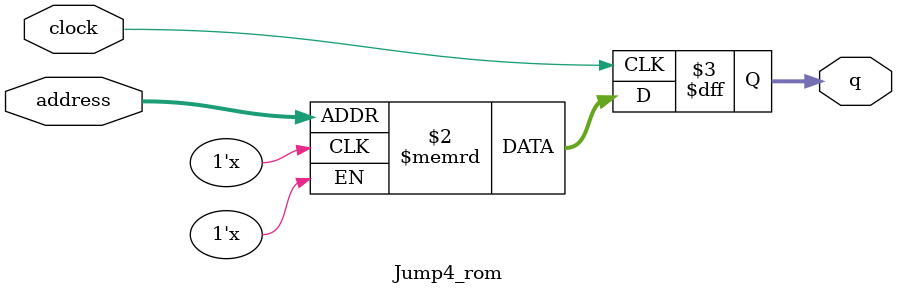
<source format=sv>
module Jump4_rom (
	input logic clock,
	input logic [12:0] address,
	output logic [2:0] q
);

logic [2:0] memory [0:5399] /* synthesis ram_init_file = "./Jump4/Jump4.mif" */;

always_ff @ (posedge clock) begin
	q <= memory[address];
end

endmodule

</source>
